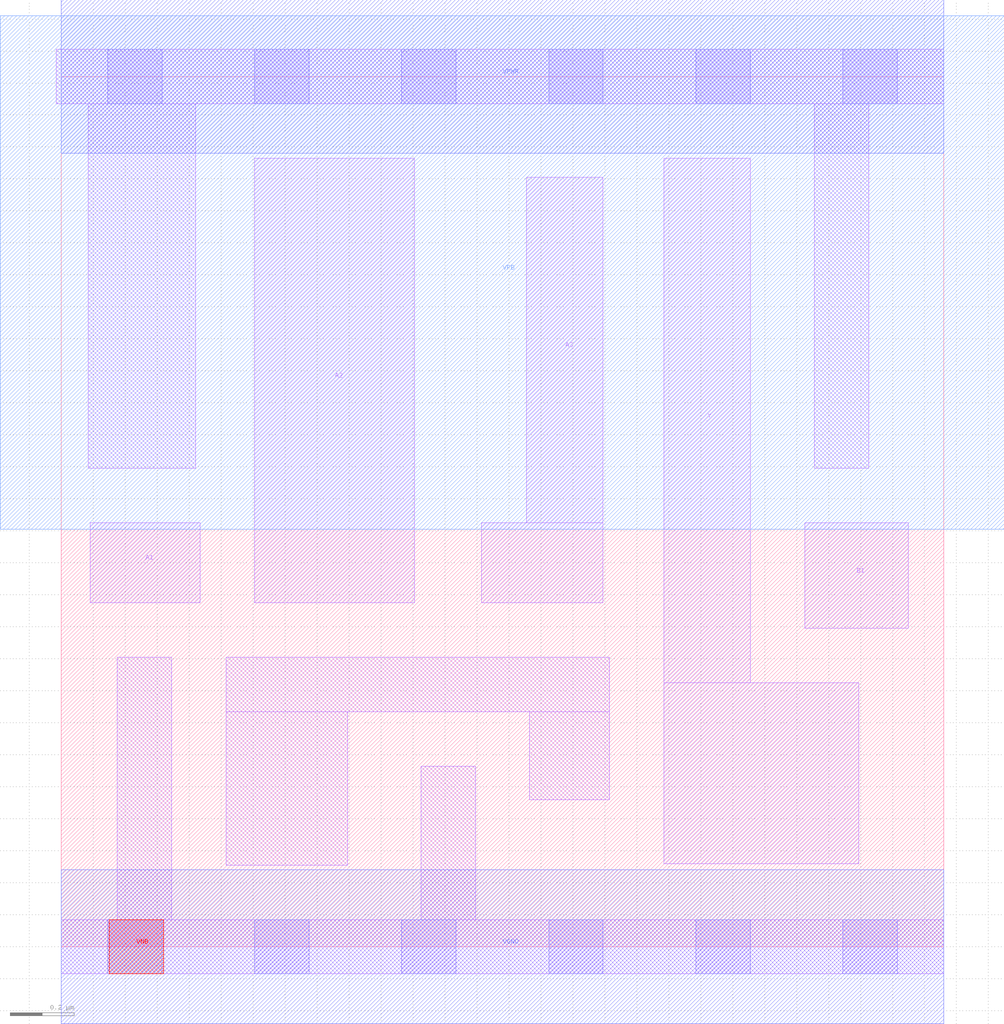
<source format=lef>
# Copyright 2020 The SkyWater PDK Authors
#
# Licensed under the Apache License, Version 2.0 (the "License");
# you may not use this file except in compliance with the License.
# You may obtain a copy of the License at
#
#     https://www.apache.org/licenses/LICENSE-2.0
#
# Unless required by applicable law or agreed to in writing, software
# distributed under the License is distributed on an "AS IS" BASIS,
# WITHOUT WARRANTIES OR CONDITIONS OF ANY KIND, either express or implied.
# See the License for the specific language governing permissions and
# limitations under the License.
#
# SPDX-License-Identifier: Apache-2.0

VERSION 5.7 ;
  NOWIREEXTENSIONATPIN ON ;
  DIVIDERCHAR "/" ;
  BUSBITCHARS "[]" ;
PROPERTYDEFINITIONS
  MACRO maskLayoutSubType STRING ;
  MACRO prCellType STRING ;
  MACRO originalViewName STRING ;
END PROPERTYDEFINITIONS
MACRO sky130_fd_sc_hdll__o31ai_1
  CLASS CORE ;
  FOREIGN sky130_fd_sc_hdll__o31ai_1 ;
  ORIGIN  0.000000  0.000000 ;
  SIZE  2.760000 BY  2.720000 ;
  SYMMETRY X Y R90 ;
  SITE unithd ;
  PIN A1
    ANTENNAGATEAREA  0.277500 ;
    DIRECTION INPUT ;
    USE SIGNAL ;
    PORT
      LAYER li1 ;
        RECT 0.090000 1.075000 0.435000 1.325000 ;
    END
  END A1
  PIN A2
    ANTENNAGATEAREA  0.277500 ;
    DIRECTION INPUT ;
    USE SIGNAL ;
    PORT
      LAYER li1 ;
        RECT 0.605000 1.075000 1.105000 2.465000 ;
    END
  END A2
  PIN A3
    ANTENNAGATEAREA  0.277500 ;
    DIRECTION INPUT ;
    USE SIGNAL ;
    PORT
      LAYER li1 ;
        RECT 1.315000 1.075000 1.695000 1.325000 ;
        RECT 1.455000 1.325000 1.695000 2.405000 ;
    END
  END A3
  PIN B1
    ANTENNAGATEAREA  0.277500 ;
    DIRECTION INPUT ;
    USE SIGNAL ;
    PORT
      LAYER li1 ;
        RECT 2.325000 0.995000 2.650000 1.325000 ;
    END
  END B1
  PIN VNB
    PORT
      LAYER pwell ;
        RECT 0.150000 -0.085000 0.320000 0.085000 ;
    END
  END VNB
  PIN VPB
    PORT
      LAYER nwell ;
        RECT -0.190000 1.305000 2.950000 2.910000 ;
    END
  END VPB
  PIN Y
    ANTENNADIFFAREA  0.833500 ;
    DIRECTION OUTPUT ;
    USE SIGNAL ;
    PORT
      LAYER li1 ;
        RECT 1.885000 0.260000 2.495000 0.825000 ;
        RECT 1.885000 0.825000 2.155000 2.465000 ;
    END
  END Y
  PIN VGND
    DIRECTION INOUT ;
    USE GROUND ;
    PORT
      LAYER met1 ;
        RECT 0.000000 -0.240000 2.760000 0.240000 ;
    END
  END VGND
  PIN VPWR
    DIRECTION INOUT ;
    USE POWER ;
    PORT
      LAYER met1 ;
        RECT 0.000000 2.480000 2.760000 2.960000 ;
    END
  END VPWR
  OBS
    LAYER li1 ;
      RECT -0.015000  2.635000 2.760000 2.805000 ;
      RECT  0.000000 -0.085000 2.760000 0.085000 ;
      RECT  0.085000  1.495000 0.420000 2.635000 ;
      RECT  0.175000  0.085000 0.345000 0.905000 ;
      RECT  0.515000  0.255000 0.895000 0.735000 ;
      RECT  0.515000  0.735000 1.715000 0.905000 ;
      RECT  1.125000  0.085000 1.295000 0.565000 ;
      RECT  1.465000  0.460000 1.715000 0.735000 ;
      RECT  2.355000  1.495000 2.525000 2.635000 ;
    LAYER mcon ;
      RECT 0.145000 -0.085000 0.315000 0.085000 ;
      RECT 0.145000  2.635000 0.315000 2.805000 ;
      RECT 0.605000 -0.085000 0.775000 0.085000 ;
      RECT 0.605000  2.635000 0.775000 2.805000 ;
      RECT 1.065000 -0.085000 1.235000 0.085000 ;
      RECT 1.065000  2.635000 1.235000 2.805000 ;
      RECT 1.525000 -0.085000 1.695000 0.085000 ;
      RECT 1.525000  2.635000 1.695000 2.805000 ;
      RECT 1.985000 -0.085000 2.155000 0.085000 ;
      RECT 1.985000  2.635000 2.155000 2.805000 ;
      RECT 2.445000 -0.085000 2.615000 0.085000 ;
      RECT 2.445000  2.635000 2.615000 2.805000 ;
  END
  PROPERTY maskLayoutSubType "abstract" ;
  PROPERTY prCellType "standard" ;
  PROPERTY originalViewName "layout" ;
END sky130_fd_sc_hdll__o31ai_1
END LIBRARY

</source>
